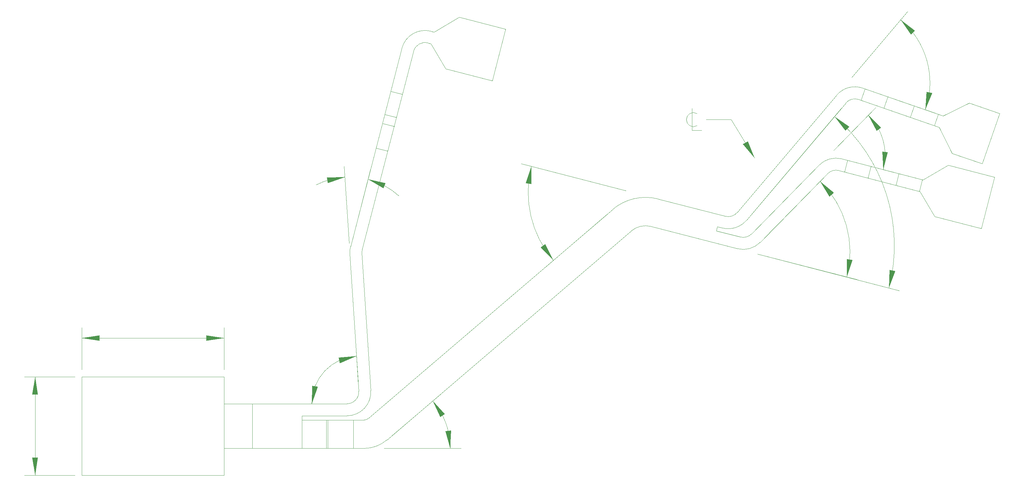
<source format=gbr>
*
G4_C Author: OrCAD GerbTool(tm) 8.1.1 Wed Jun 18 23:47:49 2003*
%LPD*%
%FSLAX34Y34*%
%MOIN*%
%AD*%
%ADD10R,0.050000X0.050000*%
%ADD11C,0.006000*%
%ADD12C,0.019000*%
%ADD13C,0.007900*%
%ADD14C,0.005000*%
%ADD15C,0.000800*%
%ADD16R,0.070000X0.025000*%
%ADD17R,0.068000X0.023000*%
%ADD18C,0.006000*%
%ADD19C,0.009800*%
%ADD20C,0.010000*%
%ADD21C,0.030000*%
%ADD22C,0.060000*%
%ADD23C,0.035000*%
%ADD24C,0.055000*%
%ADD25C,0.010000*%
%ADD26C,0.015000*%
%ADD27C,0.020000*%
%ADD28C,0.005920*%
%ADD29C,0.207760*%
%ADD30C,0.062980*%
%ADD55C,0.001000*%
%ADD56C,0.001000*%
G4_C OrCAD GerbTool Tool List *
G54D56*
G1X-789Y10944D2*
G1X-6374Y10944D1*
G1X-789Y-1D2*
G1X-6374Y-1D1*
G1X-5193Y10944D2*
G1X-5193Y5472D1*
G1X-5193Y-1D1*
G36*
G54D56*
G1X-4878Y8976D2*
G1X-5193Y10944D1*
G1X-5508Y8976D1*
G1X-4878Y8976D1*
G54D56*
G1X-5508Y1968D2*
G1X-5193Y-1D1*
G1X-4878Y1968D1*
G1X-5508Y1968D1*
G37*
G1X15747Y11732D2*
G1X15747Y16419D1*
G1X-2Y11732D2*
G1X-2Y16419D1*
G1X15747Y15238D2*
G1X7873Y15238D1*
G1X-2Y15238D1*
G36*
G54D56*
G1X13779Y14923D2*
G1X15747Y15238D1*
G1X13779Y15553D1*
G1X13779Y14923D1*
G54D56*
G1X1968Y15553D2*
G1X-2Y15238D1*
G1X1968Y14923D1*
G1X1968Y15553D1*
G37*
G1X30632Y10121D2*
G1X30353Y14423D1*
G1X28599Y7952D2*
G1X24289Y7952D1*
G1X30429Y13244D2*
G75*
G3X26904Y11579I343J-5292D1*
G3X25470Y7952I3869J-3626D1*
G74*
G36*
G54D56*
G1X30429Y13244D2*
G1X28600Y12451D1*
G1X28444Y13061D1*
G1X30429Y13244D1*
G54D56*
G1X25470Y7952D2*
G1X25524Y9945D1*
G1X26143Y9829D1*
G1X25470Y7952D1*
G37*
G1X33484Y2992D2*
G1X42015Y2992D1*
G1X34367Y4422D2*
G1X39773Y9053D1*
G1X40834Y2992D2*
G75*
G3X40329Y5813I-8137J0D1*
G3X38876Y8285I-7632J-2822D1*
G74*
G36*
G54D56*
G1X40834Y2992D2*
G1X40283Y4908D1*
G1X40909Y4984D1*
G1X40834Y2992D1*
G54D56*
G1X38876Y8285D2*
G1X40229Y6821D1*
G1X39705Y6472D1*
G1X38876Y8285D1*
G37*
G1X29970Y26167D2*
G1X32000Y34018D1*
G1X29616Y25782D2*
G1X29063Y34295D1*
G1X35135Y31023D2*
G75*
G3X31704Y32875I-5468J-6027D1*
G74*
G1X29140Y33117D2*
G75*
G3X25976Y32249I527J-8121D1*
G74*
G36*
G54D56*
G1X31704Y32875D2*
G1X33652Y32449D1*
G1X33422Y31862D1*
G1X31704Y32875D1*
G54D56*
G1X29140Y33117D2*
G1X27263Y32444D1*
G1X27147Y33063D1*
G1X29140Y33117D1*
G37*
G1X60279Y31615D2*
G1X48685Y34613D1*
G1X58214Y28995D2*
G1X51348Y23115D1*
G1X49828Y34317D2*
G75*
G3X49758Y28804I11213J-2900D1*
G3X52245Y23883I11283J2613D1*
G74*
G36*
G54D56*
G1X49828Y34317D2*
G1X49809Y32324D1*
G1X49188Y32429D1*
G1X49828Y34317D1*
G54D56*
G1X52245Y23883D2*
G1X50840Y25297D1*
G1X51352Y25665D1*
G1X52245Y23883D1*
G37*
G1X74877Y24586D2*
G1X85927Y21728D1*
G1X75734Y26435D2*
G1X82654Y33498D1*
G1X84784Y22024D2*
G75*
G3X84732Y27736I-10669J2759D1*
G3X81828Y32654I-10617J-2953D1*
G74*
G36*
G54D56*
G1X84784Y22024D2*
G1X84794Y24017D1*
G1X85416Y23915D1*
G1X84784Y22024D1*
G54D56*
G1X81828Y32654D2*
G1X83345Y31361D1*
G1X82865Y30952D1*
G1X81828Y32654D1*
G37*
G1X75024Y24548D2*
G1X90595Y20521D1*
G1X74162Y28916D2*
G1X84168Y40742D1*
G1X89452Y20817D2*
G75*
G3X89168Y31199I-18167J4698D1*
G3X83405Y39840I-17883J-5684D1*
G74*
G36*
G54D56*
G1X89452Y20817D2*
G1X89535Y22809D1*
G1X90153Y22683D1*
G1X89452Y20817D1*
G54D56*
G1X83405Y39840D2*
G1X85055Y38721D1*
G1X84623Y38262D1*
G1X83405Y39840D1*
G37*
G1X90054Y41782D2*
G1X94610Y40213D1*
G1X85328Y44186D2*
G1X91507Y51490D1*
G1X93493Y40598D2*
G75*
G3X93664Y46018I-8674J2987D1*
G3X90744Y50588I-8845J-2434D1*
G74*
G36*
G54D56*
G1X93493Y40598D2*
G1X93624Y42587D1*
G1X94238Y42447D1*
G1X93493Y40598D1*
G54D56*
G1X90744Y50588D2*
G1X92330Y49380D1*
G1X91874Y48946D1*
G1X90744Y50588D1*
G37*
G1X88205Y34111D2*
G1X89975Y33654D1*
G1X83312Y36082D2*
G1X87976Y40841D1*
G1X88831Y33949D2*
G75*
G3X88802Y37199I-6070J1570D1*
G3X87149Y39998I-6041J-1680D1*
G74*
G36*
G54D56*
G1X88831Y33949D2*
G1X88707Y35939D1*
G1X89334Y35879D1*
G1X88831Y33949D1*
G54D56*
G1X87149Y39998D2*
G1X88575Y38605D1*
G1X88070Y38229D1*
G1X87149Y39998D1*
G54D56*
G1X74565Y35245D2*
G1X73268Y36759D1*
G1X73806Y37088D1*
G1X74565Y35245D1*
G37*
G1X68151Y40159D2*
G1X67757Y40291D1*
G1X67363Y40159D1*
G1X67101Y39897D1*
G1X66970Y39503D1*
G1X67101Y39109D1*
G1X67363Y38847D1*
G1X67757Y38716D1*
G1X68151Y38847D1*
G1X67626Y40750D2*
G1X67626Y38322D1*
G1X68676Y38322D1*
G1X-2Y10944D2*
G1X-2Y-1D1*
G1X15747Y10944D2*
G1X15747Y-1D1*
G1X29694Y24574D2*
G1X30683Y9336D1*
G1X18889Y7952D2*
G1X18889Y2992D1*
G1X24400Y6614D2*
G1X24400Y2992D1*
G1X27078Y6141D2*
G1X27078Y2992D1*
G1X27255Y6141D2*
G1X27255Y2992D1*
G1X31030Y24661D2*
G1X32019Y9422D1*
G1X30087Y6141D2*
G1X30087Y2992D1*
G1X35465Y47414D2*
G1X29773Y25405D1*
G1X36760Y47079D2*
G1X31068Y25070D1*
G1X46956Y49526D2*
G1X45477Y43808D1*
G1X39028Y49218D2*
G1X41810Y50857D1*
G1X15747Y-1D2*
G1X-2Y-1D1*
G1X31285Y2992D2*
G1X15747Y2992D1*
G1X40331Y45139D2*
G1X38692Y47922D1*
G1X70423Y27608D2*
G1X70305Y27151D1*
G1X31285Y6141D2*
G1X24400Y6141D1*
G1X29387Y6614D2*
G1X24400Y6614D1*
G1X29387Y7952D2*
G1X15747Y7952D1*
G1X15747Y10944D2*
G1X-2Y10944D1*
G1X84851Y34979D2*
G1X84516Y33683D1*
G1X86778Y42910D2*
G1X86342Y41644D1*
G1X83653Y42206D2*
G1X72632Y29179D1*
G1X84675Y41342D2*
G1X73654Y28315D1*
G1X58812Y29508D2*
G1X31720Y6302D1*
G1X60860Y27116D2*
G1X33769Y3910D1*
G1X72638Y25165D2*
G1X63095Y27633D1*
G1X32601Y36344D2*
G1X33897Y36009D1*
G1X72973Y26461D2*
G1X70305Y27151D1*
G1X70980Y27465D2*
G1X70423Y27608D1*
G1X71315Y28761D2*
G1X63884Y30682D1*
G1X33311Y39086D2*
G1X34607Y38751D1*
G1X33562Y40058D2*
G1X34858Y39723D1*
G1X74565Y35245D2*
G1X71956Y39503D1*
G1X87443Y34308D2*
G1X87108Y33013D1*
G1X90553Y33504D2*
G1X90218Y32208D1*
G1X93146Y32834D2*
G1X92810Y31538D1*
G1X89310Y42038D2*
G1X88874Y40772D1*
G1X92254Y41024D2*
G1X91819Y39759D1*
G1X94932Y40102D2*
G1X94496Y38837D1*
G1X81693Y34430D2*
G1X74226Y26810D1*
G1X82649Y33493D2*
G1X75182Y25873D1*
G1X93228Y32813D2*
G1X96010Y34451D1*
G1X95459Y39921D2*
G1X98361Y41336D1*
G1X34232Y42650D2*
G1X35528Y42315D1*
G1X99677Y27403D2*
G1X94531Y28734D1*
G1X92892Y31517D2*
G1X83903Y33841D1*
G1X45477Y43808D2*
G1X40331Y45139D1*
G1X93228Y32813D2*
G1X84238Y35137D1*
G1X38692Y47922D2*
G1X38344Y48012D1*
G1X96010Y34451D2*
G1X101156Y33121D1*
G1X39028Y49218D2*
G1X38679Y49308D1*
G1X41810Y50857D2*
G1X46956Y49526D1*
G1X99789Y34599D2*
G1X96439Y35753D1*
G1X94531Y28734D2*
G1X92892Y31517D1*
G1X96439Y35753D2*
G1X95023Y38655D1*
G1X101156Y33121D2*
G1X99677Y27403D1*
G1X101712Y40183D2*
G1X99789Y34599D1*
G1X71956Y39503D2*
G1X69201Y39503D1*
G1X95023Y38655D2*
G1X86090Y41731D1*
G1X95459Y39921D2*
G1X86526Y42997D1*
G1X98361Y41336D2*
G1X101712Y40183D1*
G1X86526Y42997D2*
G75*
G3X83653Y42206I-859J-2494D1*
G74*
G1X71315Y28761D2*
G75*
G3X72632Y29179I325J1258D1*
G74*
G1X63884Y30682D2*
G75*
G3X58812Y29508I-1410J-5451D1*
G74*
G1X31285Y6141D2*
G75*
G3X31720Y6302I0J669D1*
G74*
G1X84238Y35137D2*
G75*
G3X81693Y34430I-660J-2554D1*
G74*
G1X72973Y26461D2*
G75*
G3X74226Y26810I325J1258D1*
G74*
G1X29773Y25405D2*
G75*
G3X29694Y24574I2554J-660D1*
G74*
G1X29387Y7952D2*
G75*
G3X30683Y9336I0J1299D1*
G74*
G1X38679Y49308D2*
G75*
G3X35465Y47414I-660J-2554D1*
G74*
G1X38344Y48012D2*
G75*
G3X36760Y47079I-325J-1258D1*
G74*
G1X29387Y6614D2*
G75*
G3X32019Y9422I0J2638D1*
G74*
G1X31068Y25070D2*
G75*
G3X31030Y24661I1258J-325D1*
G74*
G1X31285Y2992D2*
G75*
G3X33769Y3910I0J3819D1*
G74*
G1X63095Y27633D2*
G75*
G3X60860Y27116I-621J-2401D1*
G74*
G1X72638Y25165D2*
G75*
G3X75182Y25873I660J2554D1*
G74*
G1X83903Y33841D2*
G75*
G3X82649Y33493I-325J-1258D1*
G74*
G1X70980Y27465D2*
G75*
G3X73654Y28315I660J2554D1*
G74*
G1X86090Y41731D2*
G75*
G3X84675Y41342I-423J-1228D1*
G74*
M2*

</source>
